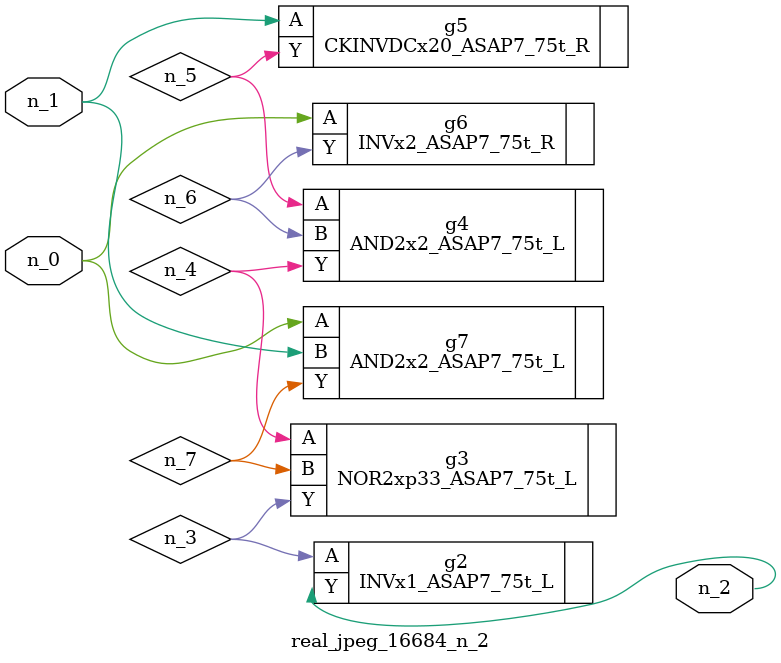
<source format=v>
module real_jpeg_16684_n_2 (n_1, n_0, n_2);

input n_1;
input n_0;

output n_2;

wire n_5;
wire n_4;
wire n_6;
wire n_7;
wire n_3;

INVx2_ASAP7_75t_R g6 ( 
.A(n_0),
.Y(n_6)
);

AND2x2_ASAP7_75t_L g7 ( 
.A(n_0),
.B(n_1),
.Y(n_7)
);

CKINVDCx20_ASAP7_75t_R g5 ( 
.A(n_1),
.Y(n_5)
);

INVx1_ASAP7_75t_L g2 ( 
.A(n_3),
.Y(n_2)
);

NOR2xp33_ASAP7_75t_L g3 ( 
.A(n_4),
.B(n_7),
.Y(n_3)
);

AND2x2_ASAP7_75t_L g4 ( 
.A(n_5),
.B(n_6),
.Y(n_4)
);


endmodule
</source>
